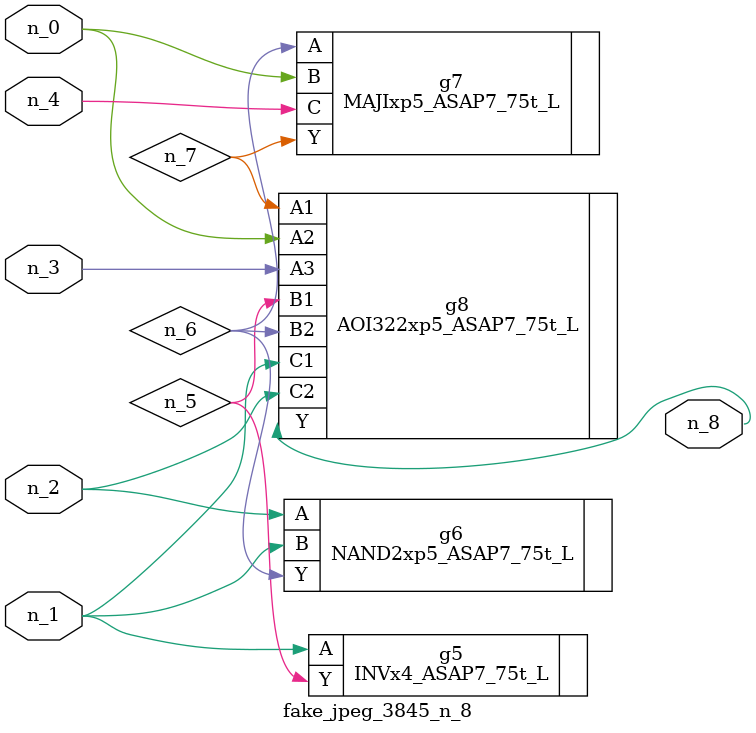
<source format=v>
module fake_jpeg_3845_n_8 (n_3, n_2, n_1, n_0, n_4, n_8);

input n_3;
input n_2;
input n_1;
input n_0;
input n_4;

output n_8;

wire n_6;
wire n_5;
wire n_7;

INVx4_ASAP7_75t_L g5 ( 
.A(n_1),
.Y(n_5)
);

NAND2xp5_ASAP7_75t_L g6 ( 
.A(n_2),
.B(n_1),
.Y(n_6)
);

MAJIxp5_ASAP7_75t_L g7 ( 
.A(n_6),
.B(n_0),
.C(n_4),
.Y(n_7)
);

AOI322xp5_ASAP7_75t_L g8 ( 
.A1(n_7),
.A2(n_0),
.A3(n_3),
.B1(n_5),
.B2(n_6),
.C1(n_1),
.C2(n_2),
.Y(n_8)
);


endmodule
</source>
